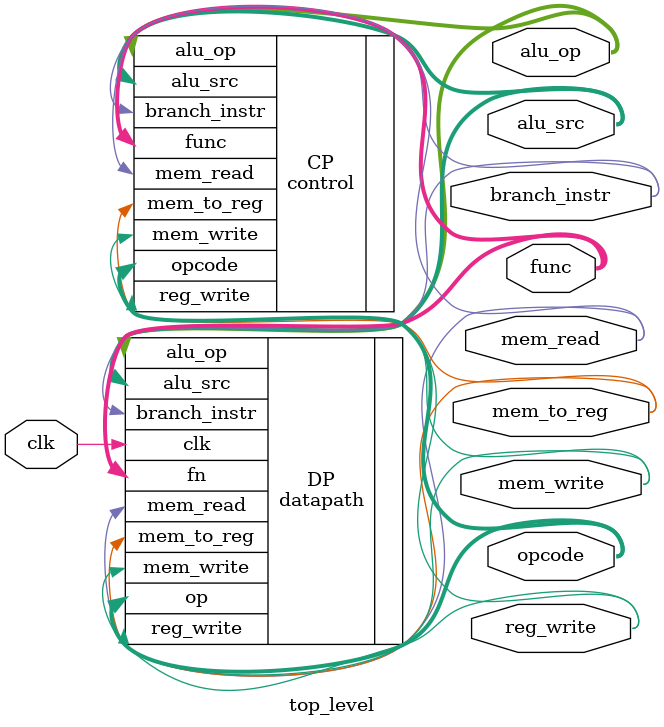
<source format=v>
`timescale 1ns / 1ps
module top_level(
    input clk,
	  output mem_read,output mem_write,output mem_to_reg,output reg_write,output branch_instr,
	 output[1:0] alu_op,alu_src,
	 output[5:0] opcode,
	 output[10:0] func

    );
	 
	
	datapath DP(
		 .clk(clk),
		 .alu_op(alu_op),
		 .mem_read(mem_read),
		 .mem_write(mem_write),
		 .reg_write(reg_write),
		 .alu_src(alu_src),
		 .mem_to_reg(mem_to_reg),
		 .branch_instr(branch_instr),
		 .op(opcode),
		 .fn(func)
    );
	 
	 control CP(
		 .opcode(opcode),
		 .func(func),
		 .alu_op(alu_op),
		 .mem_read(mem_read),
		 .mem_write(mem_write),
		 .reg_write(reg_write),
		 .alu_src(alu_src),
		 .mem_to_reg(mem_to_reg),
		 .branch_instr(branch_instr)
    );

endmodule

</source>
